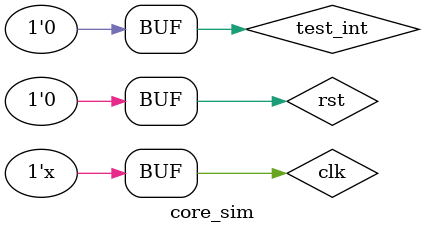
<source format=v>
`timescale 1ns / 1ps

module core_sim;
    reg clk, rst;
    reg test_int;

    RV32core core(
        .debug_en(1'b0),
        .debug_step(1'b0),
        .debug_addr(7'b0),
        .debug_data(),
        .clk(clk),
        .rst(rst),
        // .interrupter(1'b0)
        .interrupter(test_int)
    );

    initial begin
        clk = 0;
        rst = 1;
        test_int = 0;
        #2 rst = 0;
        // #10 test_int = 1;
        #186.5 test_int = 1;
        #0.7 test_int = 0;
        #57.3 test_int = 1;
        #2 test_int = 0;
        // #186.5 test_int = 1;
        // #0.7 test_int = 0;
    end
    always #1 clk = ~clk;

endmodule
</source>
